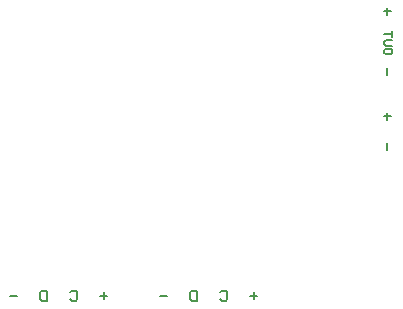
<source format=gbo>
G75*
G70*
%OFA0B0*%
%FSLAX24Y24*%
%IPPOS*%
%LPD*%
%AMOC8*
5,1,8,0,0,1.08239X$1,22.5*
%
%ADD10C,0.0060*%
%ADD11C,0.0050*%
D10*
X007642Y001111D02*
X007869Y001111D01*
X008642Y000997D02*
X008642Y001224D01*
X008699Y001281D01*
X008869Y001281D01*
X008869Y000941D01*
X008699Y000941D01*
X008642Y000997D01*
X009642Y000997D02*
X009699Y000941D01*
X009812Y000941D01*
X009869Y000997D01*
X009869Y001224D01*
X009812Y001281D01*
X009699Y001281D01*
X009642Y001224D01*
X010642Y001111D02*
X010869Y001111D01*
X010756Y001224D02*
X010756Y000997D01*
X012642Y001111D02*
X012869Y001111D01*
X013642Y000997D02*
X013642Y001224D01*
X013699Y001281D01*
X013869Y001281D01*
X013869Y000941D01*
X013699Y000941D01*
X013642Y000997D01*
X014642Y000997D02*
X014699Y000941D01*
X014812Y000941D01*
X014869Y000997D01*
X014869Y001224D01*
X014812Y001281D01*
X014699Y001281D01*
X014642Y001224D01*
X015642Y001111D02*
X015869Y001111D01*
X015756Y001224D02*
X015756Y000997D01*
X020199Y005972D02*
X020199Y006199D01*
X020199Y006972D02*
X020199Y007199D01*
X020086Y007086D02*
X020313Y007086D01*
X020199Y008472D02*
X020199Y008699D01*
X020199Y010472D02*
X020199Y010699D01*
X020086Y010586D02*
X020313Y010586D01*
D11*
X020374Y009921D02*
X020374Y009741D01*
X020374Y009831D02*
X020104Y009831D01*
X020149Y009626D02*
X020374Y009626D01*
X020149Y009626D02*
X020104Y009581D01*
X020104Y009491D01*
X020149Y009446D01*
X020374Y009446D01*
X020329Y009332D02*
X020374Y009287D01*
X020374Y009197D01*
X020329Y009152D01*
X020149Y009152D01*
X020104Y009197D01*
X020104Y009287D01*
X020149Y009332D01*
X020329Y009332D01*
M02*

</source>
